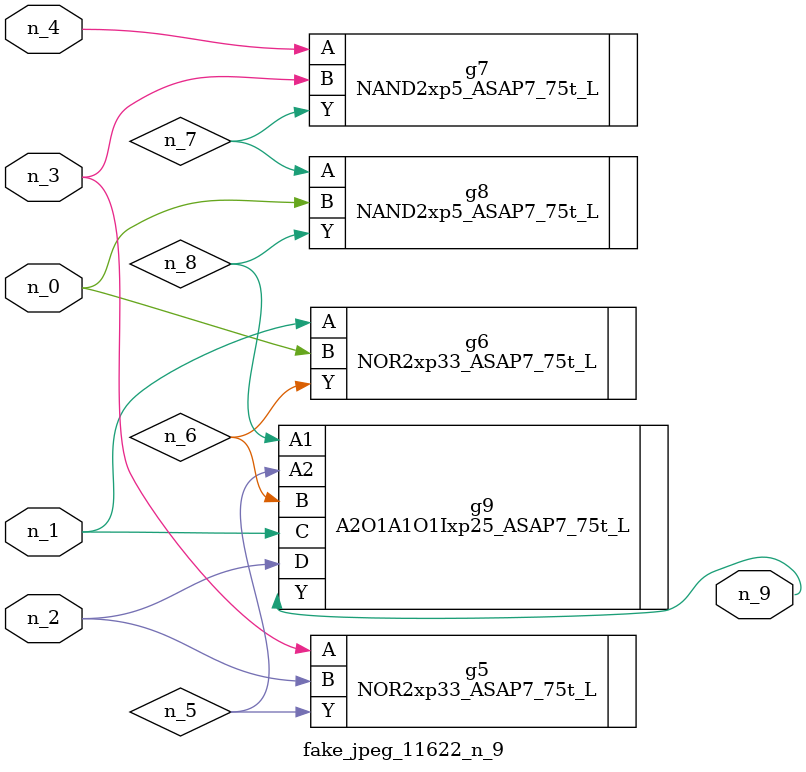
<source format=v>
module fake_jpeg_11622_n_9 (n_3, n_2, n_1, n_0, n_4, n_9);

input n_3;
input n_2;
input n_1;
input n_0;
input n_4;

output n_9;

wire n_8;
wire n_6;
wire n_5;
wire n_7;

NOR2xp33_ASAP7_75t_L g5 ( 
.A(n_3),
.B(n_2),
.Y(n_5)
);

NOR2xp33_ASAP7_75t_L g6 ( 
.A(n_1),
.B(n_0),
.Y(n_6)
);

NAND2xp5_ASAP7_75t_L g7 ( 
.A(n_4),
.B(n_3),
.Y(n_7)
);

NAND2xp5_ASAP7_75t_L g8 ( 
.A(n_7),
.B(n_0),
.Y(n_8)
);

A2O1A1O1Ixp25_ASAP7_75t_L g9 ( 
.A1(n_8),
.A2(n_5),
.B(n_6),
.C(n_1),
.D(n_2),
.Y(n_9)
);


endmodule
</source>
